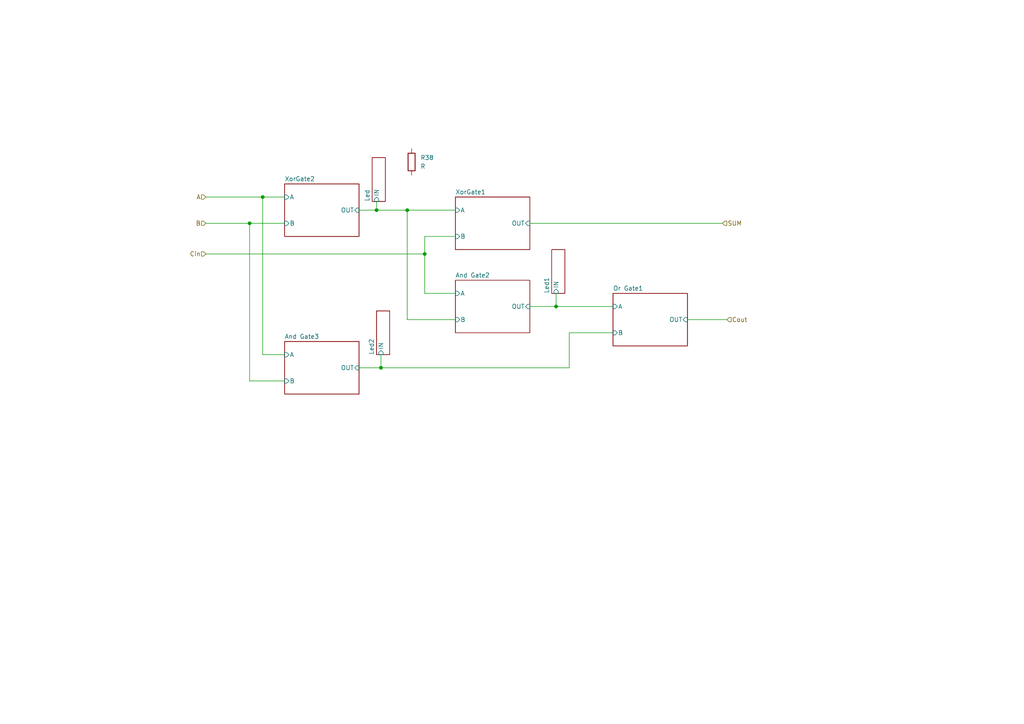
<source format=kicad_sch>
(kicad_sch (version 20231120) (generator "eeschema") (generator_version "8.0")
  (paper "A4")
  (lib_symbols
    (symbol "Device:R" (pin_numbers hide) (pin_names (offset 0))
      (property "Reference" "R" (at 2.032 0 90))
      (property "Value" "R" (at 0 0 90))
      (symbol "R_0_1"
        (rectangle (start -1.016 -2.54) (end 1.016 2.54) (stroke (width 0.254)))
      )
      (symbol "R_1_1"
        (pin passive line (at 0 3.81 270) (length 1.27) (name "~") (number "1"))
        (pin passive line (at 0 -3.81 90) (length 1.27) (name "~") (number "2"))
      )
    )
  )
  (junction (at 76.2 57.15))
  (junction (at 123.19 73.66))
  (junction (at 72.39 64.77))
  (junction (at 118.11 60.96))
  (junction (at 110.49 106.68))
  (junction (at 161.29 88.9))
  (junction (at 109.22 60.96))
  (wire (pts (xy 199.39 92.71) (xy 210.82 92.71)))
  (wire (pts (xy 110.49 102.87) (xy 110.49 106.68)))
  (wire (pts (xy 110.49 106.68) (xy 165.1 106.68)))
  (wire (pts (xy 104.14 106.68) (xy 110.49 106.68)))
  (wire (pts (xy 109.22 60.96) (xy 118.11 60.96)))
  (wire (pts (xy 118.11 60.96) (xy 118.11 92.71)))
  (wire (pts (xy 109.22 58.42) (xy 109.22 60.96)))
  (wire (pts (xy 165.1 106.68) (xy 165.1 96.52)))
  (wire (pts (xy 76.2 57.15) (xy 76.2 102.87)))
  (wire (pts (xy 123.19 68.58) (xy 132.08 68.58)))
  (wire (pts (xy 72.39 110.49) (xy 82.55 110.49)))
  (wire (pts (xy 123.19 73.66) (xy 123.19 85.09)))
  (wire (pts (xy 118.11 92.71) (xy 132.08 92.71)))
  (wire (pts (xy 104.14 60.96) (xy 109.22 60.96)))
  (wire (pts (xy 59.69 57.15) (xy 76.2 57.15)))
  (wire (pts (xy 59.69 64.77) (xy 72.39 64.77)))
  (wire (pts (xy 161.29 88.9) (xy 177.8 88.9)))
  (wire (pts (xy 123.19 73.66) (xy 123.19 68.58)))
  (wire (pts (xy 59.69 73.66) (xy 123.19 73.66)))
  (wire (pts (xy 72.39 64.77) (xy 82.55 64.77)))
  (wire (pts (xy 72.39 64.77) (xy 72.39 110.49)))
  (wire (pts (xy 76.2 57.15) (xy 82.55 57.15)))
  (wire (pts (xy 161.29 85.09) (xy 161.29 88.9)))
  (wire (pts (xy 118.11 60.96) (xy 132.08 60.96)))
  (wire (pts (xy 165.1 96.52) (xy 177.8 96.52)))
  (wire (pts (xy 123.19 85.09) (xy 132.08 85.09)))
  (wire (pts (xy 153.67 64.77) (xy 209.55 64.77)))
  (wire (pts (xy 153.67 88.9) (xy 161.29 88.9)))
  (wire (pts (xy 76.2 102.87) (xy 82.55 102.87)))
  (hierarchical_label "Cin" (shape input) (at 59.69 73.66 180))
  (hierarchical_label "Cout" (shape input) (at 210.82 92.71 0))
  (hierarchical_label "A" (shape input) (at 59.69 57.15 180))
  (hierarchical_label "B" (shape input) (at 59.69 64.77 180))
  (hierarchical_label "SUM" (shape input) (at 209.55 64.77 0))
  (symbol (lib_id "Device:R") (at 119.38 46.99 0) (unit 1)
    (property "Reference" "R38" (at 121.92 45.7199 0) (effects (justify left)))
    (property "Value" "R" (at 121.92 48.2599 0) (effects (justify left)))
    (property "Footprint" "Resistor_SMD:R_0805_2012Metric" (effects (hide yes)))
    (property "Description" "Resistor" (effects (hide yes)))
  )
  (sheet (at 132.08 81.28) (size 21.59 15.24) (stroke (width 0.1524))
    (property "Sheetname" "And Gate2" (at 132.08 80.5684 0) (effects (justify left bottom)))
    (property "Sheetfile" "../AndGate/AndGate.kicad_sch" (effects (hide yes)))
    (pin "B" input (at 132.08 92.71 180))
    (pin "A" input (at 132.08 85.09 180))
    (pin "OUT" input (at 153.67 88.9 0))
  )
  (sheet (at 82.55 99.06) (size 21.59 15.24) (stroke (width 0.1524))
    (property "Sheetname" "And Gate3" (at 82.55 98.3484 0) (effects (justify left bottom)))
    (property "Sheetfile" "../AndGate/AndGate.kicad_sch" (effects (hide yes)))
    (pin "B" input (at 82.55 110.49 180))
    (pin "A" input (at 82.55 102.87 180))
    (pin "OUT" input (at 104.14 106.68 0))
  )
  (sheet (at 160.02 72.39) (size 3.81 12.7) (stroke (width 0.1524))
    (property "Sheetname" "Led1" (at 159.3084 85.09 90) (effects (justify left bottom)))
    (property "Sheetfile" "../LedIndicator/LedIndicator.kicad_sch" (effects (hide yes)))
    (pin "IN" input (at 161.29 85.09 270))
  )
  (sheet (at 109.22 90.17) (size 3.81 12.7) (stroke (width 0.1524))
    (property "Sheetname" "Led2" (at 108.5084 102.87 90) (effects (justify left bottom)))
    (property "Sheetfile" "../LedIndicator/LedIndicator.kicad_sch" (effects (hide yes)))
    (pin "IN" input (at 110.49 102.87 270))
  )
  (sheet (at 177.8 85.09) (size 21.59 15.24) (stroke (width 0.1524))
    (property "Sheetname" "Or Gate1" (at 177.8 84.3784 0) (effects (justify left bottom)))
    (property "Sheetfile" "../OrGate/OrGate.kicad_sch" (effects (hide yes)))
    (pin "A" input (at 177.8 88.9 180))
    (pin "B" input (at 177.8 96.52 180))
    (pin "OUT" input (at 199.39 92.71 0))
  )
  (sheet (at 82.55 53.34) (size 21.59 15.24) (stroke (width 0.1524))
    (property "Sheetname" "XorGate2" (at 82.55 52.6284 0) (effects (justify left bottom)))
    (property "Sheetfile" "../XorGate/XorGate.kicad_sch" (effects (hide yes)))
    (pin "B" input (at 82.55 64.77 180))
    (pin "A" input (at 82.55 57.15 180))
    (pin "OUT" input (at 104.14 60.96 0))
  )
  (sheet (at 107.95 45.72) (size 3.81 12.7) (stroke (width 0.1524))
    (property "Sheetname" "Led" (at 107.2384 58.42 90) (effects (justify left bottom)))
    (property "Sheetfile" "../LedIndicator/LedIndicator.kicad_sch" (effects (hide yes)))
    (pin "IN" input (at 109.22 58.42 270))
  )
  (sheet (at 132.08 57.15) (size 21.59 15.24) (stroke (width 0.1524))
    (property "Sheetname" "XorGate1" (at 132.08 56.4384 0) (effects (justify left bottom)))
    (property "Sheetfile" "../XorGate/XorGate.kicad_sch" (effects (hide yes)))
    (pin "B" input (at 132.08 68.58 180))
    (pin "A" input (at 132.08 60.96 180))
    (pin "OUT" input (at 153.67 64.77 0))
  )
)
</source>
